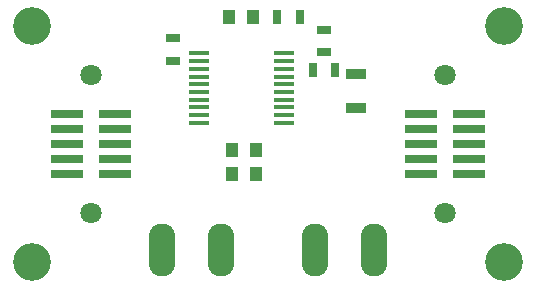
<source format=gbr>
G04 #@! TF.GenerationSoftware,KiCad,Pcbnew,(2017-03-04 revision f18196186)-makepkg*
G04 #@! TF.CreationDate,2017-05-27T01:19:33+02:00*
G04 #@! TF.ProjectId,SPI PT100,5350492050543130302E6B696361645F,1.0*
G04 #@! TF.FileFunction,Soldermask,Top*
G04 #@! TF.FilePolarity,Negative*
%FSLAX46Y46*%
G04 Gerber Fmt 4.6, Leading zero omitted, Abs format (unit mm)*
G04 Created by KiCad (PCBNEW (2017-03-04 revision f18196186)-makepkg) date 05/27/17 01:19:33*
%MOMM*%
%LPD*%
G01*
G04 APERTURE LIST*
%ADD10C,0.100000*%
%ADD11O,2.250000X4.500000*%
%ADD12R,1.300000X0.700000*%
%ADD13R,1.750000X0.450000*%
%ADD14C,1.800000*%
%ADD15R,2.795000X0.740000*%
%ADD16R,1.000000X1.250000*%
%ADD17R,0.700000X1.300000*%
%ADD18C,3.200000*%
%ADD19R,1.700000X0.900000*%
G04 APERTURE END LIST*
D10*
D11*
X29000000Y1000000D03*
X24000000Y1000000D03*
X16000000Y1000000D03*
X11000000Y1000000D03*
D12*
X12000000Y18950000D03*
X12000000Y17050000D03*
D13*
X14150000Y11825000D03*
X14150000Y12475000D03*
X14150000Y13125000D03*
X14150000Y13775000D03*
X14150000Y14425000D03*
X14150000Y15075000D03*
X14150000Y15725000D03*
X14150000Y16375000D03*
X14150000Y17025000D03*
X14150000Y17675000D03*
X21350000Y17675000D03*
X21350000Y17025000D03*
X21350000Y16375000D03*
X21350000Y15725000D03*
X21350000Y15075000D03*
X21350000Y14425000D03*
X21350000Y13775000D03*
X21350000Y13125000D03*
X21350000Y12475000D03*
X21350000Y11825000D03*
D14*
X5000000Y4132500D03*
X5000000Y15867500D03*
D15*
X7032500Y7460000D03*
X2967500Y7460000D03*
X7032500Y8730000D03*
X2967500Y8730000D03*
X7032500Y10000000D03*
X2967500Y10000000D03*
X7032500Y11270000D03*
X2967500Y11270000D03*
X7032500Y12540000D03*
X2967500Y12540000D03*
D16*
X16750000Y20750000D03*
X18750000Y20750000D03*
X19000000Y7500000D03*
X17000000Y7500000D03*
X17000000Y9500000D03*
X19000000Y9500000D03*
D17*
X20800000Y20750000D03*
X22700000Y20750000D03*
D12*
X24750000Y19700000D03*
X24750000Y17800000D03*
D17*
X25700000Y16250000D03*
X23800000Y16250000D03*
D18*
X0Y0D03*
X40000000Y0D03*
X0Y20000000D03*
X40000000Y20000000D03*
D14*
X35000000Y4132500D03*
X35000000Y15867500D03*
D15*
X37032500Y7460000D03*
X32967500Y7460000D03*
X37032500Y8730000D03*
X32967500Y8730000D03*
X37032500Y10000000D03*
X32967500Y10000000D03*
X37032500Y11270000D03*
X32967500Y11270000D03*
X37032500Y12540000D03*
X32967500Y12540000D03*
D19*
X27500000Y15950000D03*
X27500000Y13050000D03*
M02*

</source>
